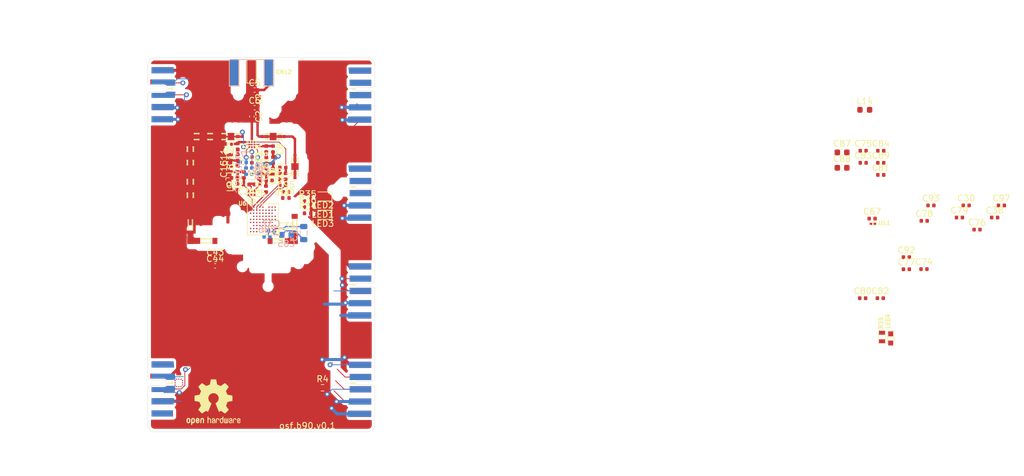
<source format=kicad_pcb>
(kicad_pcb (version 20211014) (generator pcbnew)
  (layers (0 "F.Cu" signal) (1 "In1.Cu" signal) (2 "In2.Cu" signal) (31 "B.Cu" signal) (34 "B.Paste" user) (35 "F.Paste" user) (36 "B.SilkS" user "B.Silkscreen") (37 "F.SilkS" user "F.Silkscreen") (38 "B.Mask" user) (39 "F.Mask" user) (44 "Edge.Cuts" user))
  (net 0 "")
  (net 1 "GND")
  (net 2 "+3V3")
  (net 3 "Net-(C13-Pad1)")
  (net 4 "+5V")
  (net 5 "Net-(J2-Pad8)")
  (net 6 "Net-(C12-Pad1)")
  (net 7 "Net-(J7-Pad8)")
  (net 8 "Net-(J8-Pad7)")
  (net 13 "/UART0_TX")
  (net 14 "/UART0_RX")
  (net 17 "/ADC0")
  (net 18 "/ADC1")
  (net 19 "/ADC2")
  (net 20 "/ADC3")
  (net 21 "/uC/SWDIO")
  (net 22 "/uC/NRESET")
  (net 23 "/uC/SWCLK")
  (net 24 "/uC/SWO")
  (net 27 "/uC/USART2_TX")
  (net 28 "/uC/USART2_RX")
  (net 29 "/uC/SPI_CS")
  (net 30 "/uC/SPI_SCK")
  (net 31 "/uC/SPI_MISO")
  (net 32 "/uC/SPI_MOSI")
  (net 33 "/uC/SDA")
  (net 34 "/uC/SCL")
  (net 35 "Net-(C13-Pad2)")
  (net 36 "Net-(C71-Pad1)")
  (net 37 "Net-(C72-Pad1)")
  (net 40 "Net-(J4-Pad7)")
  (footprint "MCD_PARTS.PcbLib:R0603" (layer "F.Cu") (at 237.659001 114.521002 90)
    (fp_text reference "R25")
    (fp_text value "" hide)
  )
  (footprint "Capacitor_SMD:C_0402_1005Metric" (layer "F.Cu") (at 140 86.8625 180)
    (fp_text reference "C17")
    (fp_text value "Capacitor")
  )
  (footprint "Capacitor_SMD:C_0402_1005Metric" (layer "F.Cu") (at 134.95 85.6125 -90)
    (fp_text reference "C71")
    (fp_text value "~")
  )
  (footprint "Capacitor_SMD:C_0402_1005Metric" (layer "F.Cu") (at 241.63 101.495)
    (fp_text reference "C92")
    (fp_text value "Capacitor")
  )
  (footprint "Inductor_SMD:L_0402_1005Metric" (layer "F.Cu") (at 132.65 87.1125 90)
    (fp_text reference "L5")
    (fp_text value "Inductor")
  )
  (footprint "Inductor_SMD:L_0402_1005Metric" (layer "F.Cu") (at 137.3 83.8475 90)
    (fp_text reference "L4")
    (fp_text value "~")
  )
  (footprint "Capacitor_SMD:C_0402_1005Metric" (layer "F.Cu") (at 251.38 93.055)
    (fp_text reference "C30")
    (fp_text value "~")
  )
  (footprint "Diode_SMD:D_0603_1608Metric" (layer "F.Cu") (at 146.5125 91.5875 180)
    (fp_text reference "LED2")
    (fp_text value "~")
  )
  (footprint "Capacitor_SMD:C_0402_1005Metric" (layer "F.Cu") (at 237.46 84.13)
    (fp_text reference "C84")
    (fp_text value "~")
  )
  (footprint "Capacitor_SMD:C_0402_1005Metric" (layer "F.Cu") (at 134.015 89.6375 180)
    (fp_text reference "C24")
    (fp_text value "~")
  )
  (footprint "Capacitor_SMD:C_0402_1005Metric" (layer "F.Cu") (at 131.2 83.0125 180)
    (fp_text reference "C7")
    (fp_text value "Capacitor")
  )
  (footprint "parts:ICC_SOT886_XSON6" (layer "F.Cu") (at 134.875 91.0375 180)
    (fp_text reference "U4")
    (fp_text value "~" hide)
  )
  (footprint "Capacitor_SMD:C_0402_1005Metric" (layer "F.Cu") (at 257.12 93.055)
    (fp_text reference "C97")
    (fp_text value "Capacitor")
  )
  (footprint "parts:CLIP_HARWIN_S0951-46R_90" (layer "F.Cu") (at 141.924999 98.8375)
    (fp_text reference "SC9" hide)
    (fp_text value "Shield-clip_S0981-46R" hide)
  )
  (footprint "parts:CLIP_HARWIN_S0951-46R" (layer "F.Cu") (at 124.925 90.2875 90)
    (fp_text reference "SC3" hide)
    (fp_text value "~" hide)
  )
  (footprint "parts:CLIP_HARWIN_S0951-46R" (layer "F.Cu") (at 127.05 81.8125)
    (fp_text reference "SC4" hide)
    (fp_text value "~" hide)
  )
  (footprint "Capacitor_SMD:C_0402_1005Metric" (layer "F.Cu") (at 244.54 95.565)
    (fp_text reference "C78")
    (fp_text value "~")
  )
  (footprint "Capacitor_SMD:C_0402_1005Metric" (layer "F.Cu") (at 234.59 84.13)
    (fp_text reference "C75")
    (fp_text value "~")
  )
  (footprint "Capacitor_SMD:C_0402_1005Metric" (layer "F.Cu") (at 237.38 108.185)
    (fp_text reference "C82")
    (fp_text value "~")
  )
  (footprint "on_edge:on_edge_2x05_host" (layer "F.Cu") (at 155 91.05 -90)
    (fp_text reference "J8")
    (fp_text value "UART_2x2")
    (fp_line (start -1.3 0.5) (end -1.3 2.9) (layer "Edge.Cuts") (width 0.05))
    (fp_line (start -4 0) (end -1.8 0) (layer "Edge.Cuts") (width 0.05))
    (fp_line (start -0.7 2.9) (end -0.7 0.5) (layer "Edge.Cuts") (width 0.05))
    (fp_line (start -0.2 0) (end 4 0) (layer "Edge.Cuts") (width 0.05))
    (fp_arc (start -0.7 2.9) (mid -1 3.2) (end -1.3 2.9) (layer "Edge.Cuts") (width 0.05))
    (fp_arc (start -0.7 0.5) (mid -0.553553 0.146447) (end -0.2 0) (layer "Edge.Cuts") (width 0.05))
    (fp_arc (start -1.8 0) (mid -1.446447 0.146447) (end -1.3 0.5) (layer "Edge.Cuts") (width 0.05))
  )
  (footprint "Capacitor_SMD:C_0402_1005Metric" (layer "F.Cu") (at 138.4 87.4975 90)
    (fp_text reference "C16")
    (fp_text value "~")
  )
  (footprint "Capacitor_SMD:C_0402_1005Metric" (layer "F.Cu") (at 134.95 78.5425 -90)
    (fp_text reference "C2")
    (fp_text value "~")
  )
  (footprint "Capacitor_SMD:C_0402_1005Metric" (layer "F.Cu") (at 256.02 95.025)
    (fp_text reference "C38")
    (fp_text value "~")
  )
  (footprint "Capacitor_SMD:C_0402_1005Metric" (layer "F.Cu") (at 234.59 86.1)
    (fp_text reference "C83")
    (fp_text value "~")
  )
  (footprint "Capacitor_SMD:C_0402_1005Metric" (layer "F.Cu") (at 253.15 96.995)
    (fp_text reference "C76")
    (fp_text value "~")
  )
  (footprint "Capacitor_SMD:C_0402_1005Metric" (layer "F.Cu") (at 245.64 93.055)
    (fp_text reference "C93")
    (fp_text value "Capacitor")
  )
  (footprint "Diode_SMD:D_0603_1608Metric" (layer "F.Cu") (at 146.5125 94.5875 180)
    (fp_text reference "LED3")
    (fp_text value "~")
  )
  (footprint "Capacitor_SMD:C_0402_1005Metric" (layer "F.Cu") (at 135.4 74.2125)
    (fp_text reference "C5")
    (fp_text value "~")
  )
  (footprint "Capacitor_SMD:C_0402_1005Metric" (layer "F.Cu") (at 140.45 88.2925 90)
    (fp_text reference "C20")
    (fp_text value "~")
  )
  (footprint "MCD_PARTS.PcbLib:LED_0603_VISHAY_VLMS1300-GS08_RED_1A2K_H0P8" (layer "F.Cu") (at 239.075 114.75 90)
    (fp_text reference "LED4")
    (fp_text value "" hide)
  )
  (footprint "parts:CLIP_HARWIN_S0951-46R" (layer "F.Cu") (at 138.425 81.812482)
    (fp_text reference "SC7" hide)
    (fp_text value "~" hide)
  )
  (footprint "on_edge:on_edge_2x05_host" (layer "F.Cu") (at 155 107 -90)
    (fp_text reference "J7")
    (fp_text value "I2C_2x2")
    (fp_line (start -0.2 0) (end 4 0) (layer "Edge.Cuts") (width 0.05))
    (fp_line (start -0.7 2.9) (end -0.7 0.5) (layer "Edge.Cuts") (width 0.05))
    (fp_line (start -1.3 0.5) (end -1.3 2.9) (layer "Edge.Cuts") (width 0.05))
    (fp_line (start -4 0) (end -1.8 0) (layer "Edge.Cuts") (width 0.05))
    (fp_arc (start -0.7 2.9) (mid -1 3.2) (end -1.3 2.9) (layer "Edge.Cuts") (width 0.05))
    (fp_arc (start -1.8 0) (mid -1.446447 0.146447) (end -1.3 0.5) (layer "Edge.Cuts") (width 0.05))
    (fp_arc (start -0.7 0.5) (mid -0.553553 0.146447) (end -0.2 0) (layer "Edge.Cuts") (width 0.05))
  )
  (footprint "Inductor_SMD:L_0402_1005Metric" (layer "F.Cu") (at 134.95 75.6625 -90)
    (fp_text reference "L2")
    (fp_text value "~")
  )
  (footprint "Capacitor_SMD:C_0402_1005Metric" (layer "F.Cu") (at 132.65 85.2425 90)
    (fp_text reference "C12")
    (fp_text value "Capacitor")
  )
  (footprint "Resistor_SMD:R_0402_1005Metric" (layer "F.Cu") (at 144.04 94.3375)
    (fp_text reference "R34")
    (fp_text value "~")
  )
  (footprint "parts:CLIP_HARWIN_S0951-46R" (layer "F.Cu") (at 141.975 86.7125 90)
    (fp_text reference "SC1" hide)
    (fp_text value "~" hide)
  )
  (footprint "Resistor_SMD:R_0603_1608Metric" (layer "F.Cu") (at 146.475 122.8)
    (fp_text reference "R4")
    (fp_text value "10k")
  )
  (footprint "Inductor_SMD:L_0402_1005Metric" (layer "F.Cu") (at 137.25 90.3725 90)
    (fp_text reference "L10")
    (fp_text value "~")
  )
  (footprint "Capacitor_SMD:C_0402_1005Metric" (layer "F.Cu") (at 137.77 88.9725)
    (fp_text reference "C21")
    (fp_text value "~")
  )
  (footprint "Capacitor_SMD:C_0402_1005Metric" (layer "F.Cu") (at 128.98 101.8625)
    (fp_text reference "C43")
    (fp_text value "~")
  )
  (footprint "Capacitor_SMD:C_0402_1005Metric" (layer "F.Cu") (at 139.525 88.2875 90)
    (fp_text reference "C19")
    (fp_text value "~")
  )
  (footprint "Capacitor_SMD:C_0402_1005Metric" (layer "F.Cu") (at 131.55 85.2425 90)
    (fp_text reference "C11")
    (fp_text value "Capacitor")
  )
  (footprint "Symbol:OSHW-Logo2_9.8x8mm_SilkScreen" (layer "F.Cu") (at 128.7 125.15)
    (fp_text reference "LOGO1" hide)
    (fp_text value "Logo_Open_Hardware_Small" hide)
  )
  (footprint "Inductor_SMD:L_0402_1005Metric" (layer "F.Cu") (at 132.6 89.9975 90)
    (fp_text reference "L9")
    (fp_text value "~")
  )
  (footprint "Capacitor_SMD:C_0402_1005Metric" (layer "F.Cu") (at 138.4 85.6725 90)
    (fp_text reference "C14")
    (fp_text value "~")
  )
  (footprint "Capacitor_SMD:C_0402_1005Metric" (layer "F.Cu") (at 237.46 88.07)
    (fp_text reference "C81")
    (fp_text value "~")
  )
  (footprint "Capacitor_SMD:C_0603_1608Metric" (layer "F.Cu") (at 231.15 86.91)
    (fp_text reference "C88")
    (fp_text value "~")
  )
  (footprint "parts:CLIP_HARWIN_S0951-46R" (layer "F.Cu") (at 124.925 84.9625 90)
    (fp_text reference "SC5" hide)
    (fp_text value "~" hide)
  )
  (footprint "Capacitor_SMD:C_0402_1005Metric" (layer "F.Cu") (at 237.46 86.1)
    (fp_text reference "C89")
    (fp_text value "~")
  )
  (footprint "Inductor_SMD:L_0603_1608Metric" (layer "F.Cu") (at 234.85 77.45)
    (fp_text reference "L14")
    (fp_text value "~")
  )
  (footprint "Inductor_SMD:L_0402_1005Metric" (layer "F.Cu") (at 139.975 89.7375 180)
    (fp_text reference "L11")
    (fp_text value "Inductor")
  )
  (footprint "Capacitor_SMD:C_0402_1005Metric" (layer "F.Cu") (at 128.97 102.9125)
    (fp_text reference "C44")
    (fp_text value "~")
  )
  (footprint "Capacitor_SMD:C_0402_1005Metric" (layer "F.Cu") (at 138.4 83.8475 -90)
    (fp_text reference "C8")
    (fp_text value "~")
  )
  (footprint "on_edge:on_edge_2x05_host" (layer "F.Cu") (at 155 123.05 -90)
    (fp_text reference "J2")
    (fp_text value "SPI_2x3")
    (fp_line (start -1.3 0.5) (end -1.3 2.9) (layer "Edge.Cuts") (width 0.05))
    (fp_line (start -0.7 2.9) (end -0.7 0.5) (layer "Edge.Cuts") (width 0.05))
    (fp_line (start -4 0) (end -1.8 0) (layer "Edge.Cuts") (width 0.05))
    (fp_line (start -0.2 0) (end 4 0) (layer "Edge.Cuts") (width 0.05))
    (fp_arc (start -0.7 2.9) (mid -1 3.2) (end -1.3 2.9) (layer "Edge.Cuts") (width 0.05))
    (fp_arc (start -1.8 0) (mid -1.446447 0.146447) (end -1.3 0.5) (layer "Edge.Cuts") (width 0.05))
    (fp_arc (start -0.7 0.5) (mid -0.553553 0.146447) (end -0.2 0) (layer "Edge.Cuts") (width 0.05))
  )
  (footprint "parts:CLIP_HARWIN_S0951-46R_90" (layer "F.Cu") (at 124.925 98.8375 -90)
    (fp_text reference "SC8" hide)
    (fp_text value "Shield-clip_S0981-46R" hide)
  )
  (footprint "Capacitor_SMD:C_0402_1005Metric" (layer "F.Cu") (at 244.5 103.445)
    (fp_text reference "C74")
    (fp_text value "~")
  )
  (footprint "Capacitor_SMD:C_0402_1005Metric" (layer "F.Cu") (at 140.545 90.8375)
    (fp_text reference "C95")
    (fp_text value "Capacitor")
  )
  (footprint "Inductor_SMD:L_0402_1005Metric" (layer "F.Cu") (at 136.125 88.2125 90)
    (fp_text reference "L8")
    (fp_text value "~")
  )
  (footprint "parts:ICC_TSNP-9-3_1P1X1P1_P040" (layer "F.Cu") (at 134.95 83.1125 180)
    (fp_text reference "U1")
    (fp_text value "~" hide)
  )
  (footprint "Capacitor_SMD:C_0402_1005Metric" (layer "F.Cu") (at 137.3 85.6975 90)
    (fp_text reference "C13")
    (fp_text value "~")
  )
  (footprint "on_edge:debug_edge_2x05_device" (layer "F.Cu") (at 118 123 -90)
    (fp_text reference "J1")
    (fp_text value "DebugEdge_02x05")
    (fp_line (start -4 0) (end -2 0) (layer "Edge.Cuts") (width 0.05))
    (fp_line (start -0.5 -0.5) (end -0.5 -2.6) (layer "Edge.Cuts") (width 0.05))
    (fp_line (start -1.5 -2.6) (end -1.5 -0.5) (layer "Edge.Cuts") (width 0.05))
    (fp_line (start 0 0) (end 4 0) (layer "Edge.Cuts") (width 0.05))
    (fp_arc (start -1.5 -2.6) (mid -1 -3.1) (end -0.5 -2.6) (layer "Edge.Cuts") (width 0.05))
    (fp_arc (start 0 0) (mid -0.353553 -0.146447) (end -0.5 -0.5) (layer "Edge.Cuts") (width 0.05))
    (fp_arc (start -1.5 -0.5) (mid -1.646447 -0.146447) (end -2 0) (layer "Edge.Cuts") (width 0.05))
  )
  (footprint "Resistor_SMD:R_0402_1005Metric" (layer "F.Cu") (at 140.5 91.8375)
    (fp_text reference "R26")
    (fp_text value "~")
  )
  (footprint "Capacitor_SMD:C_0402_1005Metric" (layer "F.Cu") (at 241.63 103.465)
    (fp_text reference "C77")
    (fp_text value "~")
  )
  (footprint "Capacitor_SMD:C_0402_1005Metric" (layer "F.Cu") (at 135.4 77.1125)
    (fp_text reference "C6")
    (fp_text value "~")
  )
  (footprint "MCD_PARTS.PcbLib:ESD_ST0201" (layer "F.Cu") (at 236.174999 96.049998 180)
    (fp_text reference "U11")
    (fp_text value "" hide)
  )
  (footprint "parts:CON_SAMTEC_SMA-J-P-X-ST-EM1" (layer "F.Cu") (at 134.9 69.2625 180)
    (fp_text reference "CN12")
    (fp_text value "~" hide)
  )
  (footprint "Capacitor_SMD:C_0402_1005Metric" (layer "F.Cu") (at 250.28 95.025)
    (fp_text reference "C79")
    (fp_text value "~")
  )
  (footprint "Diode_SMD:D_0603_1608Metric" (layer "F.Cu") (at 146.5125 93.0875 180)
    (fp_text reference "LED1")
    (fp_text value "~")
  )
  (footprint "Capacitor_SMD:C_0402_1005Metric" (layer "F.Cu") (at 234.51 108.185)
    (fp_text reference "C80")
    (fp_text value "~")
  )
  (footprint "Inductor_SMD:L_0402_1005Metric" (layer "F.Cu") (at 133.65 88.0625 90)
    (fp_text reference "L7")
    (fp_text value "Inductor")
  )
  (footprint "on_edge:on_edge_2x05_device" (layer "F.Cu") (at 118 75 -90)
    (fp_text reference "J4")
    (fp_text value "UART_2x2")
    (fp_line (start -0.5 -0.5) (end -0.5 -2.6) (layer "Edge.Cuts") (width 0.05))
    (fp_line (start -4 0) (end -2 0) (layer "Edge.Cuts") (width 0.05))
    (fp_line (start -1.5 -2.6) (end -1.5 -0.5) (layer "Edge.Cuts") (width 0.05))
    (fp_line (start 0 0) (end 4 0) (layer "Edge.Cuts") (width 0.05))
    (fp_arc (start -1.5 -0.5) (mid -1.646447 -0.146447) (end -2 0) (layer "Edge.Cuts") (width 0.05))
    (fp_arc (start -1.5 -2.6) (mid -1 -3.1) (end -0.5 -2.6) (layer "Edge.Cuts") (width 0.05))
    (fp_arc (start 0 0) (mid -0.353553 -0.146447) (end -0.5 -0.5) (layer "Edge.Cuts") (width 0.05))
  )
  (footprint "Capacitor_SMD:C_0402_1005Metric" (layer "F.Cu") (at 135.835 89.6375 180)
    (fp_text reference "C25")
    (fp_text value "~")
  )
  (footprint "Inductor_SMD:L_0402_1005Metric" (layer "F.Cu") (at 132.65 83.4125 90)
    (fp_text reference "L3")
    (fp_text value "Inductor")
  )
  (footprint "parts:ICC_UFBGA73_5X5_P050" (layer "F.Cu") (at 136.754993 95.3275 180)
    (fp_text reference "U6")
    (fp_text value "~" hide)
  )
  (footprint "Capacitor_SMD:C_0603_1608Metric" (layer "F.Cu") (at 231.15 84.4)
    (fp_text reference "C87")
    (fp_text value "~")
  )
  (footprint "Capacitor_SMD:C_0402_1005Metric" (layer "F.Cu") (at 236.05 95.2)
    (fp_text reference "C67")
    (fp_text value "")
  )
  (footprint "Capacitor_SMD:C_0603_1608Metric" (layer "F.Cu") (at 140.6 97.8625)
    (fp_text reference "C35")
    (fp_text value "~")
  )
  (footprint "on_edge:on_edge_2x05_host" (layer "F.Cu") (at 155 75.05 -90)
    (fp_text reference "J9")
    (fp_text value "ADC_2x3")
    (fp_line (start -1.3 0.5) (end -1.3 2.9) (layer "Edge.Cuts") (width 0.05))
    (fp_line (start -0.7 2.9) (end -0.7 0.5) (layer "Edge.Cuts") (width 0.05))
    (fp_line (start -0.2 0) (end 4 0) (layer "Edge.Cuts") (width 0.05))
    (fp_line (start -4 0) (end -1.8 0) (layer "Edge.Cuts") (width 0.05))
    (fp_arc (start -0.7 0.5) (mid -0.553553 0.146447) (end -0.2 0) (layer "Edge.Cuts") (width 0.05))
    (fp_arc (start -1.8 0) (mid -1.446447 0.146447) (end -1.3 0.5) (layer "Edge.Cuts") (width 0.05))
    (fp_arc (start -0.7 2.9) (mid -1 3.2) (end -1.3 2.9) (layer "Edge.Cuts") (width 0.05))
  )
  (footprint "parts:CLIP_HARWIN_S0951-46R" (layer "F.Cu") (at 131.55 81.8125)
    (fp_text reference "SC6" hide)
    (fp_text value "~" hide)
  )
  (footprint "Capacitor_SMD:C_0402_1005Metric" (layer "F.Cu") (at 132.15 88.5625 180)
    (fp_text reference "C22")
    (fp_text value "Capacitor")
  )
  (footprint "Capacitor_SMD:C_0402_1005Metric" (layer "F.Cu") (at 131.55 87.0925 90)
    (fp_text reference "C15")
    (fp_text value "Capacitor")
  )
  (footprint "Resistor_SMD:R_0402_1005Metric" (layer "F.Cu") (at 144.04 92.3625)
    (fp_text reference "R35")
    (fp_text value "~")
  )
  (footprint "Resistor_SMD:R_0402_1005Metric" (layer "F.Cu") (at 144.04 93.3375)
    (fp_text reference "R36")
    (fp_text value "~")
  )
  (footprint "Inductor_SMD:L_0402_1005Metric" (layer "F.Cu") (at 137.3 87.5475 90)
    (fp_text reference "L6")
    (fp_text value "Inductor")
  )
  (footprint "Capacitor_SMD:C_0402_1005Metric" (layer "B.Cu") (at 136.38 86.3225)
    (fp_text reference "C72")
    (fp_text value "~")
  )
  (footprint "Resistor_SMD:R_0402_1005Metric" (layer "B.Cu") (at 134.95 87.4625 90)
    (fp_text reference "R28")
    (fp_text value "~")
  )
  (footprint "Capacitor_SMD:C_0603_1608Metric" (layer "B.Cu") (at 140.6 97.8625)
    (fp_text reference "C85")
    (fp_text value "~")
  )
  (footprint "Inductor_SMD:L_0805_2012Metric" (layer "B.Cu") (at 143.4 97.5625 -90)
    (fp_text reference "L13")
    (fp_text value "~")
  )
  (footprint "Resistor_SMD:R_0402_1005Metric" (layer "B.Cu") (at 135.9 87.4525 90)
    (fp_text reference "R27")
    (fp_text value "~")
  )
  (footprint "Capacitor_SMD:C_0402_1005Metric" (layer "B.Cu") (at 138.145 97.1875 180)
    (fp_text reference "C37")
    (fp_text value "~")
  )
  (footprint "Capacitor_SMD:C_0402_1005Metric" (layer "B.Cu") (at 137.42 98.1625 180)
    (fp_text reference "C86")
    (fp_text value "~")
  )
  (footprint "Capacitor_SMD:C_0402_1005Metric" (layer "B.Cu") (at 133.55 86.0125 180)
    (fp_text reference "C73")
    (fp_text value "~")
  )
  (footprint "Resistor_SMD:R_0402_1005Metric" (layer "B.Cu") (at 134 87.4625 -90)
    (fp_text reference "R29")
    (fp_text value "~")
  )
  (gr_poly (pts (xy 140.329997 99.327498) (xy 142.429995 99.327498) (xy 142.429995 97.2275) (xy 141.429995 97.2275) (xy 141.429995 98.127503) (xy 141.23 98.327498) (xy 140.329997 98.327498)) (layer "F.Cu") (width 0) (fill solid))
  (gr_poly (pts (xy 124.429998 97.2275) (xy 124.429998 99.327498) (xy 126.529997 99.327498) (xy 126.529997 98.327498) (xy 125.629993 98.327498) (xy 125.43 98.127503) (xy 125.43 97.2275)) (layer "F.Cu") (width 0) (fill solid))
  (gr_line (start 139.004996 86.5525) (end 139.004996 86.527498) (layer "F.SilkS") (width 0.12))
  (gr_line (start 138.892497 84.9775) (end 139.292496 84.5775) (layer "F.SilkS") (width 0.12))
  (gr_line (start 132.029996 89.19) (end 132.117496 89.1025) (layer "F.SilkS") (width 0.12))
  (gr_line (start 130.704997 88.6275) (end 130.779998 88.552498) (layer "F.SilkS") (width 0.12))
  (gr_line (start 136.667497 86.1775) (end 136.717497 86.2275) (layer "F.SilkS") (width 0.12))
  (gr_line (start 133.129996 85.214999) (end 133.229996 85.114999) (layer "F.SilkS") (width 0.12))
  (gr_line (start 135.754997 85.9025) (end 135.754997 85.49) (layer "F.SilkS") (width 0.12))
  (gr_line (start 133.042496 89.1025) (end 133.329996 88.815) (layer "F.SilkS") (width 0.12))
  (gr_line (start 136.029995 86.1775) (end 136.667497 86.1775) (layer "F.SilkS") (width 0.12))
  (gr_line (start 139.867498 86.339998) (end 140.029997 86.1775) (layer "F.SilkS") (width 0.12))
  (gr_line (start 139.004996 86.527498) (end 139.192496 86.339998) (layer "F.SilkS") (width 0.12))
  (gr_line (start 138.879997 87.0775) (end 139.004996 86.9525) (layer "F.SilkS") (width 0.12))
  (gr_line (start 139.292496 84.015002) (end 139.754997 83.5525) (layer "F.SilkS") (width 0.12))
  (gr_line (start 139.754997 83.552498) (end 140.229997 83.552498) (layer "F.SilkS") (width 0.1))
  (gr_line (start 130.704997 88.9275) (end 130.704997 88.6275) (layer "F.SilkS") (width 0.12))
  (gr_line (start 139.004996 86.9525) (end 139.004996 86.5525) (layer "F.SilkS") (width 0.12))
  (gr_line (start 139.192496 86.339998) (end 139.867498 86.339998) (layer "F.SilkS") (width 0.12))
  (gr_line (start 140.029997 86.1775) (end 140.029997 86.115) (layer "F.SilkS") (width 0.12))
  (gr_line (start 140.367497 86.564999) (end 140.892498 86.039999) (layer "F.SilkS") (width 0.12))
  (gr_line (start 139.292496 84.5775) (end 139.292496 84.015002) (layer "F.SilkS") (width 0.12))
  (gr_line (start 135.754997 85.9025) (end 136.029995 86.1775) (layer "F.SilkS") (width 0.12))
  (gr_line (start 130.779998 88.552498) (end 131.279997 88.552498) (layer "F.SilkS") (width 0.12))
  (gr_line (start 140.367497 86.577498) (end 140.367497 86.564999) (layer "F.SilkS") (width 0.12))
  (gr_line (start 136.667497 84.664998) (end 136.667497 84.514998) (layer "F.SilkS") (width 0.12))
  (gr_line (start 133.129996 86.139999) (end 133.129996 85.214999) (layer "F.SilkS") (width 0.12))
  (gr_line (start 136.667497 84.664998) (end 136.854997 84.852498) (layer "F.SilkS") (width 0.12))
  (gr_line (start 132.117496 89.1025) (end 133.042496 89.1025) (layer "F.SilkS") (width 0.12))
  (gr_line (start 119.1 68.9) (end 153.9 68.9) (layer "Edge.Cuts") (width 0.05))
  (gr_arc (start 119.1 130) (mid 118.322183 129.677817) (end 118 128.9) (layer "Edge.Cuts") (width 0.05))
  (gr_line (start 118 71) (end 118 70) (layer "Edge.Cuts") (width 0.05))
  (gr_line (start 155 119) (end 155 118) (layer "Edge.Cuts") (width 0.05))
  (gr_line (start 155 103) (end 155 102) (layer "Edge.Cuts") (width 0.05))
  (gr_line (start 155 87) (end 155 86) (layer "Edge.Cuts") (width 0.05))
  (gr_line (start 155 79) (end 155 80) (layer "Edge.Cuts") (width 0.05))
  (gr_line (start 155 71) (end 155 70) (layer "Edge.Cuts") (width 0.05))
  (gr_line (start 118 87) (end 118 79) (layer "Edge.Cuts") (width 0.05))
  (gr_line (start 155 86) (end 155 80) (layer "Edge.Cuts") (width 0.05))
  (gr_line (start 118 119) (end 118 87) (layer "Edge.Cuts") (width 0.05))
  (gr_line (start 155 96) (end 155 102) (layer "Edge.Cuts") (width 0.05))
  (gr_line (start 155 128.9) (end 155 128) (layer "Edge.Cuts") (width 0.05))
  (gr_line (start 118 128.9) (end 118 127) (layer "Edge.Cuts") (width 0.05))
  (gr_arc (start 153.9 68.9) (mid 154.677817 69.222183) (end 155 70) (layer "Edge.Cuts") (width 0.05))
  (gr_line (start 155 112) (end 155 111) (layer "Edge.Cuts") (width 0.05))
  (gr_line (start 155 128) (end 155 127) (layer "Edge.Cuts") (width 0.05))
  (gr_arc (start 118 70) (mid 118.322183 69.222183) (end 119.1 68.9) (layer "Edge.Cuts") (width 0.05))
  (gr_arc (start 155 128.9) (mid 154.677817 129.677817) (end 153.9 130) (layer "Edge.Cuts") (width 0.05))
  (gr_line (start 155 96) (end 155 95) (layer "Edge.Cuts") (width 0.05))
  (gr_line (start 155 118) (end 155 112) (layer "Edge.Cuts") (width 0.05))
  (gr_line (start 153.9 130) (end 119.1 130) (layer "Edge.Cuts") (width 0.05))
  (gr_text "osf.b90.v0.1" (at 144 129) (layer "F.SilkS") (effects (font (size 1 1))))
  (segment (start 137.225 91.1625) (end 137.225 90.8825) (width 0.2) (layer "F.Cu") (net 0))
  (segment (start 134.374999 90.737504) (end 134.374999 90.477499) (width 0.2) (layer "F.Cu") (net 0))
  (segment (start 138.769994 96.8125) (end 138.754994 96.8275) (width 0.2) (layer "F.Cu") (net 0))
  (segment (start 135.374999 90.737504) (end 135.374999 90.577501) (width 0.2) (layer "F.Cu") (net 0))
  (segment (start 134.1 82.7125) (end 134.249996 82.7125) (width 0.13) (layer "F.Cu") (net 0))
  (segment (start 140.15 96.8125) (end 138.769994 96.8125) (width 0.2) (layer "F.Cu") (net 0))
  (segment (start 132.65 88.5425) (end 132.63 88.5625) (width 0.4) (layer "F.Cu") (net 0))
  (segment (start 134.95 79.0225) (end 134.95 82.2625) (width 0.4) (layer "F.Cu") (net 0))
  (segment (start 137.29 89.8475) (end 137.25 89.8875) (width 0.4) (layer "F.Cu") (net 0))
  (segment (start 134.95 77.0825) (end 134.92 77.1125) (width 0.4) (layer "F.Cu") (net 0))
  (segment (start 136.315 89.0275) (end 136.315 89.6375) (width 0.4) (layer "F.Cu") (net 0))
  (segment (start 136.125 88.6975) (end 136.125 88.8375) (width 0.4) (layer "F.Cu") (net 0))
  (segment (start 133.825 82.7125) (end 132.865 82.7125) (width 0.4) (layer "F.Cu") (net 0))
  (segment (start 134.374999 91.387502) (end 135.005489 92.017992) (width 0.09) (layer "F.Cu") (net 0))
  (segment (start 137.225 90.8825) (end 137.25 90.8575) (width 0.2) (layer "F.Cu") (net 0))
  (segment (start 139.375002 82.712502) (end 140.48 83.8175) (width 0.13) (layer "F.Cu") (net 0))
  (segment (start 134.92 74.2125) (end 134.92 71.1825) (width 0.4) (layer "F.Cu") (net 0))
  (segment (start 136.125 88.8375) (end 136.315 89.0275) (width 0.4) (layer "F.Cu") (net 0))
  (segment (start 132.65 87.5975) (end 132.65 88.5425) (width 0.4) (layer "F.Cu") (net 0))
  (segment (start 135.755 93.827507) (end 135.755 93.255184) (width 0.13) (layer "F.Cu") (net 0))
  (segment (start 136.25 83.3625) (end 136.075 83.1875) (width 0.4) (layer "F.Cu") (net 0))
  (segment (start 139.525 89.7025) (end 139.49 89.7375) (width 0.4) (layer "F.Cu") (net 0))
  (segment (start 134.95 74.2425) (end 134.92 74.2125) (width 0.4) (layer "F.Cu") (net 0))
  (segment (start 135.005489 93.57702) (end 134.755002 93.827507) (width 0.09) (layer "F.Cu") (net 0))
  (segment (start 137.284997 87.9025) (end 137.304997 87.9225) (width 0.25) (layer "F.Cu") (net 0))
  (segment (start 132.865 82.7125) (end 132.65 82.9275) (width 0.4) (layer "F.Cu") (net 0))
  (segment (start 138.4 83.3675) (end 137.305 83.3675) (width 0.4) (layer "F.Cu") (net 0))
  (segment (start 138.4 87.9775) (end 137.355 87.9775) (width 0.4) (layer "F.Cu") (net 0))
  (segment (start 137.3 83.3625) (end 136.25 83.3625) (width 0.4) (layer "F.Cu") (net 0))
  (segment (start 136.255 93.221196) (end 139.138696 90.3375) (width 0.13) (layer "F.Cu") (net 0))
  (segment (start 132.65 83.8975) (end 132.65 84.7625) (width 0.4) (layer "F.Cu") (net 0))
  (segment (start 133.65 89.3825) (end 133.52 89.5125) (width 0.4) (layer "F.Cu") (net 0))
  (segment (start 134.0405 84.022001) (end 134.0405 85.2125) (width 0.13) (layer "F.Cu") (net 0))
  (segment (start 132.565 83.0125) (end 132.65 82.9275) (width 0.4) (layer "F.Cu") (net 0))
  (segment (start 134.95 75.1775) (end 134.95 74.2425) (width 0.4) (layer "F.Cu") (net 0))
  (segment (start 136.945 88.0325) (end 136.64 87.7275) (width 0.4) (layer "F.Cu") (net 0))
  (segment (start 137.305 83.3675) (end 137.3 83.3625) (width 0.4) (layer "F.Cu") (net 0))
  (segment (start 139.272684 89.7375) (end 139.49 89.7375) (width 0.13) (layer "F.Cu") (net 0))
  (segment (start 134.95 76.1475) (end 134.95 77.0825) (width 0.4) (layer "F.Cu") (net 0))
  (segment (start 137.355 87.9775) (end 137.3 88.0325) (width 0.4) (layer "F.Cu") (net 0))
  (segment (start 138.789995 97.8625) (end 139.825 97.8625) (width 0.2) (layer "F.Cu") (net 0))
  (segment (start 132.6 91.172503) (end 132.6 90.4825) (width 0.2) (layer "F.Cu") (net 0))
  (segment (start 135.255 93.327505) (end 135.255 93.1325) (width 0.2) (layer "F.Cu") (net 0))
  (segment (start 137.3 88.9625) (end 137.29 88.9725) (width 0.4) (layer "F.Cu") (net 0))
  (segment (start 135.005489 92.017992) (end 135.005489 93.57702) (width 0.09) (layer "F.Cu") (net 0))
  (segment (start 140.45 89.7275) (end 140.46 89.7375) (width 0.4) (layer "F.Cu") (net 0))
  (segment (start 138.254995 97.3275) (end 138.789995 97.8625) (width 0.2) (layer "F.Cu") (net 0))
  (segment (start 134.92 78.0325) (end 134.95 78.0625) (width 0.4) (layer "F.Cu") (net 0))
  (segment (start 139.875 90.3375) (end 140.46 89.7525) (width 0.13) (layer "F.Cu") (net 0))
  (segment (start 140.48 83.8175) (end 140.48 86.8625) (width 0.13) (layer "F.Cu") (net 0))
  (segment (start 134.92 71.1825) (end 134.9 71.1625) (width 0.4) (layer "F.Cu") (net 0))
  (segment (start 139.138696 90.3375) (end 139.875 90.3375) (width 0.13) (layer "F.Cu") (net 0))
  (segment (start 131.575 87.5975) (end 131.55 87.5725) (width 0.4) (layer "F.Cu") (net 0))
  (segment (start 135.755 93.255184) (end 139.272684 89.7375) (width 0.13) (layer "F.Cu") (net 0))
  (segment (start 140.48 86.8625) (end 140.48 87.7825) (width 0.4) (layer "F.Cu") (net 0))
  (segment (start 135.255 93.1325) (end 137.225 91.1625) (width 0.2) (layer "F.Cu") (net 0))
  (segment (start 134.249998 82.712502) (end 134.550001 82.712502) (width 0.13) (layer "F.Cu") (net 0))
  (segment (start 137.29 88.9725) (end 137.29 89.8475) (width 0.4) (layer "F.Cu") (net 0))
  (segment (start 137.3 88.0325) (end 137.3 88.9625) (width 0.4) (layer "F.Cu") (net 0))
  (segment (start 132.63 88.5625) (end 132.63 89.4825) (width 0.4) (layer "F.Cu") (net 0))
  (segment (start 132.65 87.5975) (end 131.575 87.5975) (width 0.4) (layer "F.Cu") (net 0))
  (segment (start 135.349999 82.712502) (end 139.375002 82.712502) (width 0.13) (layer "F.Cu") (net 0))
  (segment (start 133.65 88.5475) (end 133.65 89.3825) (width 0.4) (layer "F.Cu") (net 0))
  (segment (start 134.374999 90.477499) (end 133.535 89.6375) (width 0.2) (layer "F.Cu") (net 0))
  (segment (start 134.1 82.7125) (end 133.825 82.7125) (width 0.13) (layer "F.Cu") (net 0))
  (segment (start 134.95 82.712502) (end 134.95 82.2625) (width 0.13) (layer "F.Cu") (net 0))
  (segment (start 140.46 89.7525) (end 140.46 89.7375) (width 0.13) (layer "F.Cu") (net 0))
  (segment (start 131.68 83.0125) (end 132.565 83.0125) (width 0.4) (layer "F.Cu") (net 0))
  (segment (start 134.374999 91.337502) (end 134.374999 91.387502) (width 0.09) (layer "F.Cu") (net 0))
  (segment (start 140.48 87.7825) (end 140.45 87.8125) (width 0.4) (layer "F.Cu") (net 0))
  (segment (start 134.755002 93.327505) (end 132.6 91.172503) (width 0.2) (layer "F.Cu") (net 0))
  (segment (start 137.3 88.0325) (end 136.945 88.0325) (width 0.4) (layer "F.Cu") (net 0))
  (segment (start 134.249996 82.7125) (end 134.249998 82.712502) (width 0.13) (layer "F.Cu") (net 0))
  (segment (start 135.374999 90.577501) (end 136.315 89.6375) (width 0.2) (layer "F.Cu") (net 0))
  (segment (start 137.334997 87.8925) (end 137.304997 87.9225) (width 0.25) (layer "F.Cu") (net 0))
  (segment (start 136.64 87.7275) (end 136.125 87.7275) (width 0.4) (layer "F.Cu") (net 0))
  (segment (start 134.92 77.1125) (end 134.92 78.0325) (width 0.4) (layer "F.Cu") (net 0))
  (segment (start 135.349999 83.1125) (end 136 83.1125) (width 0.13) (layer "F.Cu") (net 0))
  (segment (start 132.65 87.5975) (end 133.63 87.5975) (width 0.4) (layer "F.Cu") (net 0))
  (segment (start 140.45 88.7725) (end 140.45 89.7275) (width 0.4) (layer "F.Cu") (net 0))
  (segment (start 139.525 88.7675) (end 139.525 89.7025) (width 0.4) (layer "F.Cu") (net 0))
  (segment (start 133.63 87.5975) (end 133.65 87.5775) (width 0.4) (layer "F.Cu") (net 0))
  (segment (start 136.255 93.327505) (end 136.255 93.221196) (width 0.13) (layer "F.Cu") (net 0))
  (segment (start 132.63 89.4825) (end 132.6 89.5125) (width 0.4) (layer "F.Cu") (net 0))
  (segment (start 136 83.1125) (end 136.075 83.1875) (width 0.13) (layer "F.Cu") (net 0))
  (segment (start 134.550001 83.5125) (end 134.0405 84.022001) (width 0.13) (layer "F.Cu") (net 0))
  (via (at 140.15 96.8125) (size 0.4) (drill 0.2) (layers "F.Cu" "B.Cu") (net 0))
  (via (at 138.789995 97.8625) (size 0.4) (drill 0.2) (layers "F.Cu" "B.Cu") (net 0))
  (via (at 134.0405 85.2125) (size 0.8) (drill 0.4) (layers "F.Cu" "B.Cu") (net 0))
  (segment (start 143.4 98.625) (end 141.97298 97.19798) (width 0.2) (layer "B.Cu") (net 0))
  (segment (start 134.0405 86.002) (end 134.03 86.0125) (width 0.13) (layer "B.Cu") (net 0))
  (segment (start 134 86.0425) (end 134.03 86.0125) (width 0.13) (layer "B.Cu") (net 0))
  (segment (start 140.4625 96.5) (end 140.15 96.8125) (width 0.2) (layer "B.Cu") (net 0))
  (segment (start 140.48952 97.19798) (end 139.825 97.8625) (width 0.2) (layer "B.Cu") (net 0))
  (segment (start 138.625 97.697505) (end 138.789995 97.8625) (width 0.2) (layer "B.Cu") (net 0))
  (segment (start 134 86.9525) (end 134 86.0425) (width 0.13) (layer "B.Cu") (net 0))
  (segment (start 143.4 96.5) (end 140.4625 96.5) (width 0.2) (layer "B.Cu") (net 0))
  (segment (start 138.625 97.1875) (end 138.625 97.697505) (width 0.2) (layer "B.Cu") (net 0))
  (segment (start 134.0405 85.2125) (end 134.0405 86.002) (width 0.13) (layer "B.Cu") (net 0))
  (segment (start 141.97298 97.19798) (end 140.48952 97.19798) (width 0.2) (layer "B.Cu") (net 0))
  (segment (start 124.925018 90.287535) (end 124.925018 91.387535) (width 0.4) (layer "F.Cu") (net 1))
  (segment (start 150.45 102.55) (end 150.45 98.7) (width 0.5) (layer "F.Cu") (net 1))
  (segment (start 121.6 121) (end 123.55 119.05) (width 0.5) (layer "F.Cu") (net 1))
  (segment (start 131.555033 81.827485) (end 130.455033 81.827485) (width 0.25) (layer "F.Cu") (net 1))
  (segment (start 150.45 98.7) (end 150.5 98.65) (width 0.5) (layer "F.Cu") (net 1))
  (segment (start 129.745035 81.827485) (end 128.839992 81.827485) (width 0.25) (layer "F.Cu") (net 1))
  (segment (start 127.049965 81.812518) (end 128.149965 81.812518) (width 0.4) (layer "F.Cu") (net 1))
  (segment (start 135.88 74.2125) (end 136.95 74.2125) (width 0.4) (layer "F.Cu") (net 1))
  (segment (start 134.875 90.0175) (end 134.495 89.6375) (width 0.2) (layer "F.Cu") (net 1))
  (segment (start 125.239966 81.812518) (end 125.949965 81.812518) (width 0.4) (layer "F.Cu") (net 1))
  (segment (start 123.55 119.05) (end 123.65 119.05) (width 0.5) (layer "F.Cu") (net 1))
  (segment (start 131.467004 88.5625) (end 130.84048 87.935976) (width 0.4) (layer "F.Cu") (net 1))
  (segment (start 141.975018 86.712535) (end 141.975018 87.812535) (width 0.4) (layer "F.Cu") (net 1))
  (segment (start 138.4 85.0925) (end 138.4 84.2025) (width 0.4) (layer "F.Cu") (net 1))
  (segment (start 124.925018 82.127466) (end 125.239966 81.812518) (width 0.4) (layer "F.Cu") (net 1))
  (segment (start 135.88 77.1125) (end 135.88 74.2125) (width 0.4) (layer "F.Cu") (net 1))
  (segment (start 150.95 119.05) (end 152.65 119.05) (width 0.5) (layer "F.Cu") (net 1))
  (segment (start 120.35 71) (end 126.3 71) (width 0.5) (layer "F.Cu") (net 1))
  (segment (start 141.975018 85.612535) (end 141.975018 86.712535) (width 0.4) (layer "F.Cu") (net 1))
  (segment (start 141.975018 84.902536) (end 141.975018 85.612535) (width 0.4) (layer "F.Cu") (net 1))
  (segment (start 150.9 103) (end 150.45 102.55) (width 0.5) (layer "F.Cu") (net 1))
  (segment (start 128.149965 81.812518) (end 128.859964 81.812518) (width 0.4) (layer "F.Cu") (net 1))
  (segment (start 135.88 77.1125) (end 135.88 81.5675) (width 0.4) (layer "F.Cu") (net 1))
  (segment (start 139.524965 81.8125) (end 140.234964 81.8125) (width 0.4) (layer "F.Cu") (net 1))
  (segment (start 133.9 83.3375) (end 133.7255 83.512) (width 0.13) (layer "F.Cu") (net 1))
  (segment (start 124.925018 88.477536) (end 124.925018 86.772534) (width 0.4) (layer "F.Cu") (net 1))
  (segment (start 134.550001 83.1125) (end 134.539512 83.122989) (width 0.13) (layer "F.Cu") (net 1))
  (segment (start 131.67 88.5625) (end 131.467004 88.5625) (width 0.4) (layer "F.Cu") (net 1))
  (segment (start 124.925018 84.962535) (end 124.925018 83.862535) (width 0.4) (layer "F.Cu") (net 1))
  (segment (start 128.839992 81.827485) (end 128.839959 81.827518) (width 0.25) (layer "F.Cu") (net 1))
  (segment (start 130.455033 81.827485) (end 129.745035 81.827485) (width 0.25) (layer "F.Cu") (net 1))
  (segment (start 136.95 74.2125) (end 137.725001 73.437499) (width 0.4) (layer "F.Cu") (net 1))
  (segment (start 133.365032 81.827485) (end 132.655034 81.827485) (width 0.25) (layer "F.Cu") (net 1))
  (segment (start 124.925018 92.097534) (end 124.925018 94.837483) (width 0.4) (layer "F.Cu") (net 1))
  (segment (start 132.655034 81.827485) (end 131.555033 81.827485) (width 0.25) (layer "F.Cu") (net 1))
  (segment (start 135.88 81.5675) (end 136.125 81.8125) (width 0.4) (layer "F.Cu") (net 1))
  (segment (start 138.47 85.0225) (end 138.4 85.0925) (width 0.4) (layer "F.Cu") (net 1))
  (segment (start 134.114511 83.122989) (end 133.9 83.3375) (width 0.13) (layer "F.Cu") (net 1))
  (segment (start 124.925018 83.152536) (end 124.925018 82.127466) (width 0.4) (layer "F.Cu") (net 1))
  (segment (start 136.125 81.8125) (end 136.614966 81.8125) (width 0.4) (layer "F.Cu") (net 1))
  (segment (start 134.875 90.737504) (end 134.875 90.0175) (width 0.2) (layer "F.Cu") (net 1))
  (segment (start 124.925018 86.772534) (end 124.925018 86.062535) (width 0.4) (layer "F.Cu") (net 1))
  (segment (start 134.95 83.1125) (end 134.550001 83.1125) (width 0.13) (layer "F.Cu") (net 1))
  (segment (start 152.65 103) (end 150.9 103) (width 0.5) (layer "F.Cu") (net 1))
  (segment (start 131.1 84.7625) (end 131.55 84.7625) (width 0.4) (layer "F.Cu") (net 1))
  (segment (start 141.975018 88.522534) (end 141.975018 87.812535) (width 0.4) (layer "F.Cu") (net 1))
  (segment (start 137.324965 81.8125) (end 138.424965 81.8125) (width 0.4) (layer "F.Cu") (net 1))
  (segment (start 140.234964 81.8125) (end 141.575 81.8125) (width 0.4) (layer "F.Cu") (net 1))
  (segment (start 124.925018 91.387535) (end 124.925018 92.097534) (width 0.4) (layer "F.Cu") (net 1))
  (segment (start 130.84048 85.02202) (end 131.1 84.7625) (width 0.4) (layer "F.Cu") (net 1))
  (segment (start 141.575 81.8125) (end 141.975018 82.212518) (width 0.4) (layer "F.Cu") (net 1))
  (segment (start 137.725001 73.437499) (end 137.725001 71.362503) (width 0.4) (layer "F.Cu") (net 1))
  (segment (start 150.05 117.85) (end 150.05 118.15) (width 0.5) (layer "F.Cu") (net 1))
  (segment (start 133.7255 83.512) (end 133.6 83.512) (width 0.13) (layer "F.Cu") (net 1))
  (segment (start 130.84048 87.935976) (end 130.84048 85.02202) (width 0.4) (layer "F.Cu") (net 1))
  (segment (start 134.539512 83.122989) (end 134.325 83.122989) (width 0.13) (layer "F.Cu") (net 1))
  (segment (start 139.52 86.8625) (end 139.52 87.8025) (width 0.4) (layer "F.Cu") (net 1))
  (segment (start 124.925018 86.062535) (end 124.925018 84.962535) (width 0.4) (layer "F.Cu") (net 1))
  (segment (start 133.4 81.792517) (end 133.365032 81.827485) (width 0.13) (layer "F.Cu") (net 1))
  (segment (start 133.4 81.0875) (end 133.4 81.792517) (width 0.13) (layer "F.Cu") (net 1))
  (segment (start 138.424965 81.8125) (end 139.524965 81.8125) (width 0.4) (layer "F.Cu") (net 1))
  (segment (start 134.325 83.122989) (end 134.114511 83.122989) (width 0.13) (layer "F.Cu") (net 1))
  (segment (start 139.25 85.0225) (end 138.47 85.0225) (width 0.4) (layer "F.Cu") (net 1))
  (segment (start 141.975018 82.212518) (end 141.975018 84.902536) (width 0.4) (layer "F.Cu") (net 1))
  (segment (start 136.614966 81.8125) (end 137.324965 81.8125) (width 0.4) (layer "F.Cu") (net 1))
  (segment (start 124.925018 94.837483) (end 124.925 94.837501) (width 0.4) (layer "F.Cu") (net 1))
  (segment (start 123.65 119.05) (end 145.55 119.05) (width 0.5) (layer "F.Cu") (net 1))
  (segment (start 124.925018 83.862535) (end 124.925018 83.152536) (width 0.4) (layer "F.Cu") (net 1))
  (segment (start 134.48 89.5125) (end 135.34 89.5125) (width 0.4) (layer "F.Cu") (net 1))
  (segment (start 124.925018 89.187535) (end 124.925018 88.477536) (width 0.4) (layer "F.Cu") (net 1))
  (segment (start 139.52 87.8025) (end 139.525 87.8075) (width 0.4) (layer "F.Cu") (net 1))
  (segment (start 152.6 71.1) (end 152.65 71.05) (width 0.5) (layer "F.Cu") (net 1))
  (segment (start 150.05 118.15) (end 150.95 119.05) (width 0.5) (layer "F.Cu") (net 1))
  (segment (start 145.55 119.05) (end 146.4 118.2) (width 0.5) (layer "F.Cu") (net 1))
  (segment (start 124.925018 89.187535) (end 124.925018 90.287535) (width 0.4) (layer "F.Cu") (net 1))
  (segment (start 125.949965 81.812518) (end 127.049965 81.812518) (width 0.4) (layer "F.Cu") (net 1))
  (via (at 146.4 118.2) (size 0.8) (drill 0.4) (layers "F.Cu" "B.Cu") (net 1))
  (via (at 150.05 117.85) (size 0.8) (drill 0.4) (layers "F.Cu" "B.Cu") (net 1))
  (via (at 133.6 83.512) (size 0.8) (drill 0.4) (layers "F.Cu" "B.Cu") (net 1))
  (via (at 133.4 81.0875) (size 0.8) (drill 0.4) (layers "F.Cu" "B.Cu") (net 1))
  (via (at 139.25 85.0125) (size 0.8) (drill 0.4) (layers "F.Cu" "B.Cu") (net 1))
  (segment (start 133.6 83.512) (end 133.6 81.2875) (width 0.13) (layer "B.Cu") (net 1))
  (segment (start 149.7 118.2) (end 150.05 117.85) (width 0.5) (layer "B.Cu") (net 1))
  (segment (start 137.665 97.957502) (end 137.884996 98.177498) (width 0.2) (layer "B.Cu") (net 1))
  (segment (start 137.95 86.3225) (end 139.25 85.0225) (width 0.4) (layer "B.Cu") (net 1))
  (segment (start 136.86 86.3225) (end 137.95 86.3225) (width 0.4) (layer "B.Cu") (net 1))
  (segment (start 133.6 81.2875) (end 133.4 81.0875) (width 0.13) (layer "B.Cu") (net 1))
  (segment (start 146.4 118.2) (end 149.7 118.2) (width 0.5) (layer "B.Cu") (net 1))
  (segment (start 137.665 97.1875) (end 137.665 97.957502) (width 0.2) (layer "B.Cu") (net 1))
  (segment (start 123.7 77.1) (end 122.8 77.1) (width 0.13) (layer "F.Cu") (net 2))
  (segment (start 148.7 125) (end 148.75 125.05) (width 0.5) (layer "F.Cu") (net 2))
  (segment (start 145.65 122.8) (end 145.65 124.9) (width 0.5) (layer "F.Cu") (net 2))
  (segment (start 145.55 125) (end 148.7 125) (width 0.5) (layer "F.Cu") (net 2))
  (segment (start 120.35 125) (end 145.55 125) (width 0.5) (layer "F.Cu") (net 2))
  (segment (start 145.65 124.9) (end 145.55 125) (width 0.5) (layer "F.Cu") (net 2))
  (via (at 148.75 125.05) (size 0.8) (drill 0.4) (layers "F.Cu" "B.Cu") (net 2))
  (via (at 150.2 108.95) (size 0.8) (drill 0.4) (layers "F.Cu" "B.Cu") (net 2))
  (via (at 150 93.05) (size 0.8) (drill 0.4) (layers "F.Cu" "B.Cu") (net 2))
  (via (at 149.6 77.05) (size 0.8) (drill 0.4) (layers "F.Cu" "B.Cu") (net 2))
  (via (at 122.8 77.1) (size 0.8) (drill 0.4) (layers "F.Cu" "B.Cu") (net 2))
  (segment (start 122.8 77.1) (end 120.5 77.1) (width 0.5) (layer "B.Cu") (net 2))
  (segment (start 150 109.15) (end 150.2 108.95) (width 0.5) (layer "B.Cu") (net 2))
  (segment (start 120.5 77.1) (end 120.4 77) (width 0.5) (layer "B.Cu") (net 2))
  (segment (start 150.2 108.95) (end 152.55 108.95) (width 0.5) (layer "B.Cu") (net 2))
  (segment (start 152.6 77.05) (end 149.6 77.05) (width 0.5) (layer "B.Cu") (net 2))
  (segment (start 148.75 125.05) (end 152.6 125.05) (width 0.5) (layer "B.Cu") (net 2))
  (segment (start 152.55 108.95) (end 152.6 109) (width 0.5) (layer "B.Cu") (net 2))
  (segment (start 152.6 93.05) (end 150 93.05) (width 0.5) (layer "B.Cu") (net 2))
  (segment (start 146.75 109.15) (end 150 109.15) (width 0.5) (layer "B.Cu") (net 2))
  (segment (start 137.3 86.1775) (end 138.375 86.1775) (width 0.4) (layer "F.Cu") (net 3))
  (segment (start 138.4 87.0175) (end 138.4 86.1525) (width 0.4) (layer "F.Cu") (net 3))
  (segment (start 137.3 87.0625) (end 137.3 86.1775) (width 0.4) (layer "F.Cu") (net 3))
  (segment (start 138.375 86.1775) (end 138.4 86.1525) (width 0.4) (layer "F.Cu") (net 3))
  (via (at 149.7 95.15) (size 0.8) (drill 0.4) (layers "F.Cu" "B.Cu") (net 4))
  (via (at 147.95 126.15) (size 0.8) (drill 0.4) (layers "F.Cu" "B.Cu") (net 4))
  (via (at 122.9 79) (size 0.8) (drill 0.4) (layers "F.Cu" "B.Cu") (net 4))
  (via (at 149.7 79.1) (size 0.8) (drill 0.4) (layers "F.Cu" "B.Cu") (net 4))
  (segment (start 148.85 127.05) (end 147.95 126.15) (width 0.5) (layer "B.Cu") (net 4))
  (segment (start 149.7 95.15) (end 152.4 95.15) (width 0.5) (layer "B.Cu") (net 4))
  (segment (start 152.4 95.15) (end 152.5 95.05) (width 0.5) (layer "B.Cu") (net 4))
  (segment (start 149.45 111) (end 152.5 111) (width 0.5) (layer "B.Cu") (net 4))
  (segment (start 149.7 79.1) (end 152.45 79.1) (width 0.5) (layer "B.Cu") (net 4))
  (segment (start 120.3 79) (end 122.9 79) (width 0.5) (layer "B.Cu") (net 4))
  (segment (start 152.5 127.05) (end 148.85 127.05) (width 0.5) (layer "B.Cu") (net 4))
  (segment (start 152.45 79.1) (end 152.5 79.05) (width 0.5) (layer "B.Cu") (net 4))
  (segment (start 147.226684 122.873316) (end 147.3 122.8) (width 0.13) (layer "F.Cu") (net 5))
  (segment (start 147.226684 123.857232) (end 147.226684 122.873316) (width 0.13) (layer "F.Cu") (net 5))
  (via (at 147.226684 123.857232) (size 0.8) (drill 0.4) (layers "F.Cu" "B.Cu") (net 5))
  (segment (start 148.033916 123.05) (end 147.226684 123.857232) (width 0.13) (layer "B.Cu") (net 5))
  (segment (start 152.65 123.05) (end 148.033916 123.05) (width 0.13) (layer "B.Cu") (net 5))
  (segment (start 132.65 85.7225) (end 132.65 86.6275) (width 0.4) (layer "F.Cu") (net 6))
  (segment (start 131.55 85.7225) (end 131.55 86.6125) (width 0.4) (layer "F.Cu") (net 6))
  (segment (start 131.55 85.7225) (end 132.65 85.7225) (width 0.4) (layer "F.Cu") (net 6))
  (segment (start 152.65 107) (end 148.3 107) (width 0.13) (layer "B.Cu") (net 7))
  (segment (start 121.6 75) (end 124.2945 75) (width 0.13) (layer "F.Cu") (net 13))
  (via (at 124.2945 75) (size 0.8) (drill 0.4) (layers "F.Cu" "B.Cu") (net 13))
  (segment (start 123.95952 75.33498) (end 123.95952 76.25) (width 0.13) (layer "B.Cu") (net 13))
  (segment (start 124.2945 75) (end 123.95952 75.33498) (width 0.13) (layer "B.Cu") (net 13))
  (segment (start 121.65 73.05) (end 121.6 73) (width 0.13) (layer "F.Cu") (net 14))
  (segment (start 123.7 73.05) (end 121.65 73.05) (width 0.13) (layer "F.Cu") (net 14))
  (via (at 123.7 73.05) (size 0.8) (drill 0.4) (layers "F.Cu" "B.Cu") (net 14))
  (segment (start 152.65 77.05) (end 152.055489 76.455489) (width 0.13) (layer "F.Cu") (net 18))
  (segment (start 152.65 79.05) (end 151.6 80.1) (width 0.13) (layer "F.Cu") (net 19))
  (segment (start 124.129624 119.829624) (end 124.025 119.934248) (width 0.13) (layer "F.Cu") (net 21))
  (segment (start 121.6 123) (end 123.45 123) (width 0.13) (layer "F.Cu") (net 21))
  (segment (start 124.025 119.934248) (end 124.025 122.425) (width 0.13) (layer "F.Cu") (net 21))
  (segment (start 123.45 123) (end 124.025 122.425) (width 0.13) (layer "F.Cu") (net 21))
  (via (at 124.129624 119.829624) (size 0.8) (drill 0.4) (layers "F.Cu" "B.Cu") (net 21))
  (segment (start 124.60336 119.829624) (end 124.129624 119.829624) (width 0.13) (layer "B.Cu") (net 21))
  (segment (start 124.841492 119.591492) (end 124.60336 119.829624) (width 0.13) (layer "B.Cu") (net 21))
  (via (at 123.134916 123.5945) (size 0.8) (drill 0.4) (layers "F.Cu" "B.Cu") (net 22))
  (segment (start 120.6945 123.5945) (end 123.134916 123.5945) (width 0.13) (layer "B.Cu") (net 22))
  (segment (start 120.1 123) (end 120.6945 123.5945) (width 0.13) (layer "B.Cu") (net 22))
  (segment (start 120.1 121) (end 123.8 121) (width 0.13) (layer "B.Cu") (net 23))
  (segment (start 123.45 125) (end 120.4 125) (width 0.13) (layer "B.Cu") (net 24))
  (segment (start 148.07144 118.67856) (end 147.7 119.05) (width 0.13) (layer "F.Cu") (net 29))
  (via (at 147.7 119.05) (size 0.8) (drill 0.4) (layers "F.Cu" "B.Cu") (net 29))
  (segment (start 147.7 119.05) (end 152.6 119.05) (width 0.13) (layer "B.Cu") (net 29))
  (segment (start 150.1 125.05) (end 152.65 125.05) (width 0.13) (layer "F.Cu") (net 30))
  (segment (start 148.33096 123.28096) (end 150.1 125.05) (width 0.13) (layer "F.Cu") (net 30))
  (segment (start 150 123.05) (end 152.65 123.05) (width 0.13) (layer "F.Cu") (net 31))
  (segment (start 148.59048 121.64048) (end 150 123.05) (width 0.13) (layer "F.Cu") (net 31))
  (segment (start 148.85 119.75) (end 150.15 121.05) (width 0.13) (layer "F.Cu") (net 32))
  (segment (start 150.15 121.05) (end 152.65 121.05) (width 0.13) (layer "F.Cu") (net 32))
  (segment (start 152.65 105) (end 149.65 105) (width 0.13) (layer "F.Cu") (net 33))
  (via (at 149.65 105) (size 0.8) (drill 0.4) (layers "F.Cu" "B.Cu") (net 33))
  (segment (start 150.65 107) (end 152.65 107) (width 0.13) (layer "F.Cu") (net 34))
  (segment (start 149.7 106.05) (end 150.65 107) (width 0.13) (layer "F.Cu") (net 34))
  (via (at 149.7 106.05) (size 0.8) (drill 0.4) (layers "F.Cu" "B.Cu") (net 34))
  (segment (start 137.3 85.0925) (end 137.3 84.2075) (width 0.4) (layer "F.Cu") (net 35))
  (segment (start 134.95 84.3125) (end 134.95 85.1325) (width 0.13) (layer "F.Cu") (net 36))
  (segment (start 134.95 83.5125) (end 134.95 84.3125) (width 0.13) (layer "F.Cu") (net 36))
  (via (at 134.95 84.3125) (size 0.8) (drill 0.4) (layers "F.Cu" "B.Cu") (net 36))
  (segment (start 134.95 86.9525) (end 134.95 84.3125) (width 0.13) (layer "B.Cu") (net 36))
  (segment (start 135.349999 83.5125) (end 135.9 84.062501) (width 0.13) (layer "F.Cu") (net 37))
  (segment (start 135.9 84.062501) (end 135.9 85.2125) (width 0.13) (layer "F.Cu") (net 37))
  (via (at 135.9 85.2125) (size 0.8) (drill 0.4) (layers "F.Cu" "B.Cu") (net 37))
  (segment (start 135.9 86.9425) (end 135.9 86.0125) (width 0.13) (layer "B.Cu") (net 37))
  (segment (start 135.9 85.2125) (end 135.9 86.0125) (width 0.13) (layer "B.Cu") (net 37))
  (segment (start 122.2 73) (end 122.8 72.4) (width 0.13) (layer "B.Cu") (net 40))
  (segment (start 122.8 72.4) (end 124.15 72.4) (width 0.13) (layer "B.Cu") (net 40))
  (segment (start 120.1 73) (end 122.2 73) (width 0.13) (layer "B.Cu") (net 40))
  (segment (start 124.15 72.4) (end 124.7 72.4) (width 0.13) (layer "B.Cu") (net 40))
  (zone (net 1) (net_name "GND") (layer "F.Cu") (connect_pads (clearance 0.508)) (min_thickness 0.254) (fill yes (thermal_gap 0.508) (thermal_bridge_width 0.508))
    (polygon (pts (xy 158.7 62.7) (xy 158.9 134) (xy 93.9 134.8) (xy 94.2 62.4)))
  )
  (zone (net 0) (net_name "") (layer "F.Cu") (priority 39) (connect_pads (clearance 0.6)) (min_thickness 0.254) (fill yes (thermal_gap 0.254) (thermal_bridge_width 0.254))
    (polygon (pts (xy 137.029988 85.787498) (xy 137.030006 86.487489) (xy 136.854903 86.662589) (xy 136.855008 87.287503) (xy 138.679998 87.287503) (xy 138.679995 85.787503)))
  )
  (zone (net 0) (net_name "") (layer "F.Cu") (priority 40) (connect_pads (clearance 0.6)) (min_thickness 0.254) (fill yes (thermal_gap 0.254) (thermal_bridge_width 0.254))
    (polygon (pts (xy 131.279995 85.477503) (xy 131.279992 86.974457) (xy 133.105038 86.980873) (xy 133.104962 86.327616) (xy 132.930047 86.152373) (xy 132.929968 85.477498)))
  )
)
</source>
